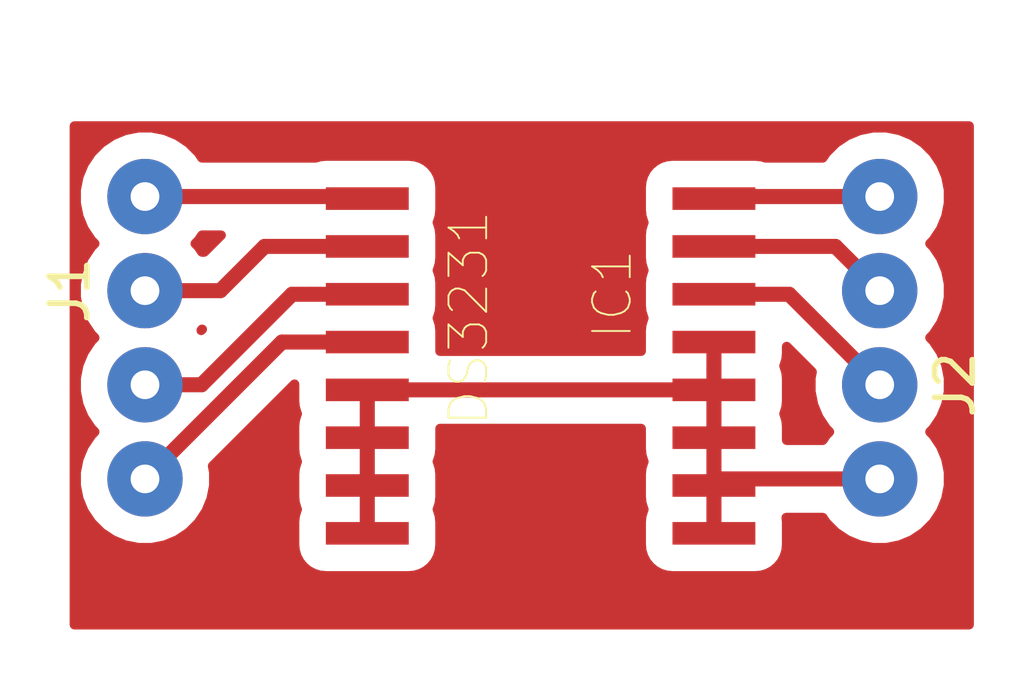
<source format=kicad_pcb>
(kicad_pcb (version 20171130) (host pcbnew 5.1.2-f72e74a~84~ubuntu18.04.1)

  (general
    (thickness 1.6)
    (drawings 0)
    (tracks 24)
    (zones 0)
    (modules 3)
    (nets 9)
  )

  (page A4)
  (layers
    (0 F.Cu signal)
    (31 B.Cu signal)
    (32 B.Adhes user)
    (33 F.Adhes user)
    (34 B.Paste user)
    (35 F.Paste user)
    (36 B.SilkS user)
    (37 F.SilkS user)
    (38 B.Mask user)
    (39 F.Mask user)
    (40 Dwgs.User user)
    (41 Cmts.User user)
    (42 Eco1.User user)
    (43 Eco2.User user)
    (44 Edge.Cuts user)
    (45 Margin user)
    (46 B.CrtYd user)
    (47 F.CrtYd user)
    (48 B.Fab user)
    (49 F.Fab user)
  )

  (setup
    (last_trace_width 0.4)
    (trace_clearance 0.3)
    (zone_clearance 0.508)
    (zone_45_only no)
    (trace_min 0.2)
    (via_size 0.8)
    (via_drill 0.4)
    (via_min_size 0.4)
    (via_min_drill 0.3)
    (uvia_size 0.3)
    (uvia_drill 0.1)
    (uvias_allowed no)
    (uvia_min_size 0.2)
    (uvia_min_drill 0.1)
    (edge_width 0.05)
    (segment_width 0.2)
    (pcb_text_width 0.3)
    (pcb_text_size 1.5 1.5)
    (mod_edge_width 0.12)
    (mod_text_size 1 1)
    (mod_text_width 0.15)
    (pad_size 1.524 1.524)
    (pad_drill 0.762)
    (pad_to_mask_clearance 0.051)
    (solder_mask_min_width 0.25)
    (aux_axis_origin 0 0)
    (visible_elements FFFFFF7F)
    (pcbplotparams
      (layerselection 0x00000_7fffffff)
      (usegerberextensions false)
      (usegerberattributes false)
      (usegerberadvancedattributes false)
      (creategerberjobfile false)
      (excludeedgelayer true)
      (linewidth 0.100000)
      (plotframeref false)
      (viasonmask false)
      (mode 1)
      (useauxorigin false)
      (hpglpennumber 1)
      (hpglpenspeed 20)
      (hpglpendiameter 15.000000)
      (psnegative false)
      (psa4output false)
      (plotreference true)
      (plotvalue true)
      (plotinvisibletext false)
      (padsonsilk false)
      (subtractmaskfromsilk false)
      (outputformat 5)
      (mirror true)
      (drillshape 0)
      (scaleselection 1)
      (outputdirectory ""))
  )

  (net 0 "")
  (net 1 "Net-(IC1-Pad2)")
  (net 2 "Net-(IC1-Pad10)")
  (net 3 "Net-(IC1-Pad1)")
  (net 4 "Net-(IC1-Pad3)")
  (net 5 "Net-(IC1-Pad4)")
  (net 6 "Net-(IC1-Pad14)")
  (net 7 "Net-(IC1-Pad15)")
  (net 8 "Net-(IC1-Pad16)")

  (net_class Default "This is the default net class."
    (clearance 0.3)
    (trace_width 0.4)
    (via_dia 0.8)
    (via_drill 0.4)
    (uvia_dia 0.3)
    (uvia_drill 0.1)
    (add_net "Net-(IC1-Pad1)")
    (add_net "Net-(IC1-Pad10)")
    (add_net "Net-(IC1-Pad14)")
    (add_net "Net-(IC1-Pad15)")
    (add_net "Net-(IC1-Pad16)")
    (add_net "Net-(IC1-Pad2)")
    (add_net "Net-(IC1-Pad3)")
    (add_net "Net-(IC1-Pad4)")
  )

  (module DS3231:SO16W (layer F.Cu) (tedit 0) (tstamp 5CE53F27)
    (at 90.5 55 270)
    (descr "<b>SMALL OUTLINE INTEGRATED CIRCUIT</b><p>wide body 7.5 mm/JEDEC MS-013AA")
    (path /5CEBA646)
    (attr smd)
    (fp_text reference IC1 (at -1.90554 -1.90554 90) (layer F.SilkS)
      (effects (font (size 1.00028 1.00028) (thickness 0.05)))
    )
    (fp_text value DS3231 (at -1.2704 1.90562 90) (layer F.SilkS)
      (effects (font (size 1.00033 1.00033) (thickness 0.05)))
    )
    (fp_line (start -5.395 -5.9) (end 5.395 -5.9) (layer Eco1.User) (width 0.1998))
    (fp_line (start 5.395 5.9) (end -5.395 5.9) (layer Eco1.User) (width 0.1998))
    (fp_line (start -5.395 5.9) (end -5.395 -5.9) (layer Eco1.User) (width 0.1998))
    (fp_line (start 5.19 3.7) (end -5.19 3.7) (layer Eco2.User) (width 0.2032))
    (fp_line (start -5.19 3.7) (end -5.19 3.2) (layer Eco2.User) (width 0.2032))
    (fp_line (start -5.19 3.2) (end -5.19 -3.7) (layer Eco2.User) (width 0.2032))
    (fp_line (start -5.19 -3.7) (end 5.19 -3.7) (layer Eco2.User) (width 0.2032))
    (fp_line (start 5.19 3.2) (end -5.19 3.2) (layer Eco2.User) (width 0.2032))
    (fp_line (start 5.19 -3.7) (end 5.19 3.2) (layer Eco2.User) (width 0.2032))
    (fp_line (start 5.19 3.2) (end 5.19 3.7) (layer Eco2.User) (width 0.2032))
    (fp_line (start 5.395 -5.9) (end 5.395 5.9) (layer Eco1.User) (width 0.1998))
    (fp_poly (pts (xy -4.69792 3.8001) (xy -4.1999 3.8001) (xy -4.1999 5.32887) (xy -4.69792 5.32887)) (layer Eco2.User) (width 0))
    (fp_poly (pts (xy -3.4211 3.8001) (xy -2.9299 3.8001) (xy -2.9299 5.32155) (xy -3.4211 5.32155)) (layer Eco2.User) (width 0))
    (fp_poly (pts (xy -2.15252 3.8001) (xy -1.6599 3.8001) (xy -1.6599 5.32599) (xy -2.15252 5.32599)) (layer Eco2.User) (width 0))
    (fp_poly (pts (xy -0.881631 3.8001) (xy -0.3899 3.8001) (xy -0.3899 5.32926) (xy -0.881631 5.32926)) (layer Eco2.User) (width 0))
    (fp_poly (pts (xy 0.389942 3.8001) (xy 0.8801 3.8001) (xy 0.8801 5.32057) (xy 0.389942 5.32057)) (layer Eco2.User) (width 0))
    (fp_poly (pts (xy 1.66201 3.8001) (xy 2.1501 3.8001) (xy 2.1501 5.32675) (xy 1.66201 5.32675)) (layer Eco2.User) (width 0))
    (fp_poly (pts (xy 2.93164 3.8001) (xy 3.4201 3.8001) (xy 3.4201 5.32316) (xy 2.93164 5.32316)) (layer Eco2.User) (width 0))
    (fp_poly (pts (xy 4.20405 3.8001) (xy 4.6901 3.8001) (xy 4.6901 5.32525) (xy 4.20405 5.32525)) (layer Eco2.User) (width 0))
    (fp_poly (pts (xy 4.20377 -5.32) (xy 4.6901 -5.32) (xy 4.6901 -3.8036) (xy 4.20377 -3.8036)) (layer Eco2.User) (width 0))
    (fp_poly (pts (xy 2.93419 -5.32) (xy 3.4201 -5.32) (xy 3.4201 -3.80566) (xy 2.93419 -3.80566)) (layer Eco2.User) (width 0))
    (fp_poly (pts (xy 1.66018 -5.32) (xy 2.1501 -5.32) (xy 2.1501 -3.80074) (xy 1.66018 -3.80074)) (layer Eco2.User) (width 0))
    (fp_poly (pts (xy 0.39062 -5.32) (xy 0.8801 -5.32) (xy 0.8801 -3.80712) (xy 0.39062 -3.80712)) (layer Eco2.User) (width 0))
    (fp_poly (pts (xy -0.881736 -5.32) (xy -0.3899 -5.32) (xy -0.3899 -3.80717) (xy -0.881736 -3.80717)) (layer Eco2.User) (width 0))
    (fp_poly (pts (xy -2.15037 -5.32) (xy -1.6599 -5.32) (xy -1.6599 -3.80058) (xy -2.15037 -3.80058)) (layer Eco2.User) (width 0))
    (fp_poly (pts (xy -3.42336 -5.32) (xy -2.9299 -5.32) (xy -2.9299 -3.80372) (xy -3.42336 -3.80372)) (layer Eco2.User) (width 0))
    (fp_poly (pts (xy -4.69487 -5.32) (xy -4.1999 -5.32) (xy -4.1999 -3.80397) (xy -4.69487 -3.80397)) (layer Eco2.User) (width 0))
    (pad 2 smd rect (at -3.175 4.6 270) (size 0.6 2.2) (layers F.Cu F.Paste F.Mask)
      (net 1 "Net-(IC1-Pad2)"))
    (pad 13 smd rect (at -0.635 -4.6 270) (size 0.6 2.2) (layers F.Cu F.Paste F.Mask)
      (net 2 "Net-(IC1-Pad10)"))
    (pad 1 smd rect (at -4.445 4.6 270) (size 0.6 2.2) (layers F.Cu F.Paste F.Mask)
      (net 3 "Net-(IC1-Pad1)"))
    (pad 3 smd rect (at -1.905 4.6 270) (size 0.6 2.2) (layers F.Cu F.Paste F.Mask)
      (net 4 "Net-(IC1-Pad3)"))
    (pad 4 smd rect (at -0.635 4.6 270) (size 0.6 2.2) (layers F.Cu F.Paste F.Mask)
      (net 5 "Net-(IC1-Pad4)"))
    (pad 14 smd rect (at -1.905 -4.6 270) (size 0.6 2.2) (layers F.Cu F.Paste F.Mask)
      (net 6 "Net-(IC1-Pad14)"))
    (pad 12 smd rect (at 0.635 -4.6 270) (size 0.6 2.2) (layers F.Cu F.Paste F.Mask)
      (net 2 "Net-(IC1-Pad10)"))
    (pad 11 smd rect (at 1.905 -4.6 270) (size 0.6 2.2) (layers F.Cu F.Paste F.Mask)
      (net 2 "Net-(IC1-Pad10)"))
    (pad 6 smd rect (at 1.905 4.6 270) (size 0.6 2.2) (layers F.Cu F.Paste F.Mask)
      (net 2 "Net-(IC1-Pad10)"))
    (pad 9 smd rect (at 4.445 -4.6 270) (size 0.6 2.2) (layers F.Cu F.Paste F.Mask)
      (net 2 "Net-(IC1-Pad10)"))
    (pad 5 smd rect (at 0.635 4.6 270) (size 0.6 2.2) (layers F.Cu F.Paste F.Mask)
      (net 2 "Net-(IC1-Pad10)"))
    (pad 7 smd rect (at 3.175 4.6 270) (size 0.6 2.2) (layers F.Cu F.Paste F.Mask)
      (net 2 "Net-(IC1-Pad10)"))
    (pad 10 smd rect (at 3.175 -4.6 270) (size 0.6 2.2) (layers F.Cu F.Paste F.Mask)
      (net 2 "Net-(IC1-Pad10)"))
    (pad 8 smd rect (at 4.445 4.6 270) (size 0.6 2.2) (layers F.Cu F.Paste F.Mask)
      (net 2 "Net-(IC1-Pad10)"))
    (pad 15 smd rect (at -3.175 -4.6 270) (size 0.6 2.2) (layers F.Cu F.Paste F.Mask)
      (net 7 "Net-(IC1-Pad15)"))
    (pad 16 smd rect (at -4.445 -4.6 270) (size 0.6 2.2) (layers F.Cu F.Paste F.Mask)
      (net 8 "Net-(IC1-Pad16)"))
  )

  (module millk:Connector4 (layer F.Cu) (tedit 5CB1B2D6) (tstamp 5CE53F2F)
    (at 77.5 53 90)
    (path /5CEBAB3F)
    (fp_text reference J1 (at 0 0.5 90) (layer F.SilkS)
      (effects (font (size 1 1) (thickness 0.15)))
    )
    (fp_text value Conn_01x04_Female (at 0 -0.5 90) (layer F.Fab)
      (effects (font (size 1 1) (thickness 0.15)))
    )
    (pad 1 thru_hole circle (at -5 2.5 90) (size 2 2) (drill 0.762) (layers *.Cu *.Mask)
      (net 5 "Net-(IC1-Pad4)"))
    (pad 2 thru_hole circle (at -2.5 2.5 90) (size 2 2) (drill 0.762) (layers *.Cu *.Mask)
      (net 4 "Net-(IC1-Pad3)"))
    (pad 3 thru_hole circle (at 0 2.5 90) (size 2 2) (drill 0.762) (layers *.Cu *.Mask)
      (net 1 "Net-(IC1-Pad2)"))
    (pad 4 thru_hole circle (at 2.5 2.5 90) (size 2 2) (drill 0.762) (layers *.Cu *.Mask)
      (net 3 "Net-(IC1-Pad1)"))
  )

  (module millk:Connector4 (layer F.Cu) (tedit 5CB1B2D6) (tstamp 5CE53F37)
    (at 102 55.5 270)
    (path /5CEBC082)
    (fp_text reference J2 (at 0 0.5 90) (layer F.SilkS)
      (effects (font (size 1 1) (thickness 0.15)))
    )
    (fp_text value Conn_01x04_Female (at 0 -0.5 90) (layer F.Fab)
      (effects (font (size 1 1) (thickness 0.15)))
    )
    (pad 4 thru_hole circle (at 2.5 2.5 270) (size 2 2) (drill 0.762) (layers *.Cu *.Mask)
      (net 2 "Net-(IC1-Pad10)"))
    (pad 3 thru_hole circle (at 0 2.5 270) (size 2 2) (drill 0.762) (layers *.Cu *.Mask)
      (net 6 "Net-(IC1-Pad14)"))
    (pad 2 thru_hole circle (at -2.5 2.5 270) (size 2 2) (drill 0.762) (layers *.Cu *.Mask)
      (net 7 "Net-(IC1-Pad15)"))
    (pad 1 thru_hole circle (at -5 2.5 270) (size 2 2) (drill 0.762) (layers *.Cu *.Mask)
      (net 8 "Net-(IC1-Pad16)"))
  )

  (segment (start 80 53) (end 82 53) (width 0.4) (layer F.Cu) (net 1))
  (segment (start 83.175 51.825) (end 85.9 51.825) (width 0.4) (layer F.Cu) (net 1))
  (segment (start 82 53) (end 83.175 51.825) (width 0.4) (layer F.Cu) (net 1))
  (segment (start 95.275 58) (end 95.1 58.175) (width 0.4) (layer F.Cu) (net 2))
  (segment (start 99.5 58) (end 95.275 58) (width 0.4) (layer F.Cu) (net 2))
  (segment (start 95.1 55.065) (end 95.1 59.445) (width 0.4) (layer F.Cu) (net 2))
  (segment (start 95.1 54.365) (end 95.1 55.065) (width 0.4) (layer F.Cu) (net 2))
  (segment (start 85.9 59.445) (end 85.9 55.635) (width 0.4) (layer F.Cu) (net 2))
  (segment (start 85.9 55.635) (end 95.1 55.635) (width 0.4) (layer F.Cu) (net 2))
  (segment (start 85.845 50.5) (end 85.9 50.555) (width 0.4) (layer F.Cu) (net 3))
  (segment (start 80 50.5) (end 85.845 50.5) (width 0.4) (layer F.Cu) (net 3))
  (segment (start 80 55.5) (end 81.5 55.5) (width 0.4) (layer F.Cu) (net 4))
  (segment (start 84.4 53.095) (end 85.9 53.095) (width 0.4) (layer F.Cu) (net 4))
  (segment (start 83.905 53.095) (end 84.4 53.095) (width 0.4) (layer F.Cu) (net 4))
  (segment (start 81.5 55.5) (end 83.905 53.095) (width 0.4) (layer F.Cu) (net 4))
  (segment (start 83.635 54.365) (end 85.9 54.365) (width 0.4) (layer F.Cu) (net 5))
  (segment (start 80 58) (end 83.635 54.365) (width 0.4) (layer F.Cu) (net 5))
  (segment (start 98.500001 54.500001) (end 99.5 55.5) (width 0.4) (layer F.Cu) (net 6))
  (segment (start 97.095 53.095) (end 98.500001 54.500001) (width 0.4) (layer F.Cu) (net 6))
  (segment (start 95.1 53.095) (end 97.095 53.095) (width 0.4) (layer F.Cu) (net 6))
  (segment (start 98.325 51.825) (end 99.5 53) (width 0.4) (layer F.Cu) (net 7))
  (segment (start 95.1 51.825) (end 98.325 51.825) (width 0.4) (layer F.Cu) (net 7))
  (segment (start 95.155 50.5) (end 95.1 50.555) (width 0.4) (layer F.Cu) (net 8))
  (segment (start 99.5 50.5) (end 95.155 50.5) (width 0.4) (layer F.Cu) (net 8))

  (zone (net 0) (net_name "") (layer F.Cu) (tstamp 0) (hatch edge 0.508)
    (connect_pads (clearance 0.7))
    (min_thickness 0.254)
    (fill yes (arc_segments 32) (thermal_gap 0.508) (thermal_bridge_width 0.508))
    (polygon
      (pts
        (xy 78 48.5) (xy 78 61.5) (xy 78 62) (xy 102 62) (xy 102 48.5)
      )
    )
    (filled_polygon
      (pts
        (xy 101.873 61.873) (xy 78.127 61.873) (xy 78.127 50.320056) (xy 78.173 50.320056) (xy 78.173 50.679944)
        (xy 78.243211 51.032916) (xy 78.380934 51.365409) (xy 78.580876 51.664645) (xy 78.666231 51.75) (xy 78.580876 51.835355)
        (xy 78.380934 52.134591) (xy 78.243211 52.467084) (xy 78.173 52.820056) (xy 78.173 53.179944) (xy 78.243211 53.532916)
        (xy 78.380934 53.865409) (xy 78.580876 54.164645) (xy 78.666231 54.25) (xy 78.580876 54.335355) (xy 78.380934 54.634591)
        (xy 78.243211 54.967084) (xy 78.173 55.320056) (xy 78.173 55.679944) (xy 78.243211 56.032916) (xy 78.380934 56.365409)
        (xy 78.580876 56.664645) (xy 78.666231 56.75) (xy 78.580876 56.835355) (xy 78.380934 57.134591) (xy 78.243211 57.467084)
        (xy 78.173 57.820056) (xy 78.173 58.179944) (xy 78.243211 58.532916) (xy 78.380934 58.865409) (xy 78.580876 59.164645)
        (xy 78.835355 59.419124) (xy 79.134591 59.619066) (xy 79.467084 59.756789) (xy 79.820056 59.827) (xy 80.179944 59.827)
        (xy 80.532916 59.756789) (xy 80.865409 59.619066) (xy 81.164645 59.419124) (xy 81.419124 59.164645) (xy 81.619066 58.865409)
        (xy 81.756789 58.532916) (xy 81.827 58.179944) (xy 81.827 57.820056) (xy 81.794704 57.657693) (xy 83.968999 55.483398)
        (xy 83.968999 55.935) (xy 83.984966 56.09712) (xy 84.032255 56.25301) (xy 84.041336 56.27) (xy 84.032255 56.28699)
        (xy 83.984966 56.44288) (xy 83.968999 56.605) (xy 83.968999 57.205) (xy 83.984966 57.36712) (xy 84.032255 57.52301)
        (xy 84.041336 57.54) (xy 84.032255 57.55699) (xy 83.984966 57.71288) (xy 83.968999 57.875) (xy 83.968999 58.475)
        (xy 83.984966 58.63712) (xy 84.032255 58.79301) (xy 84.041336 58.81) (xy 84.032255 58.82699) (xy 83.984966 58.98288)
        (xy 83.968999 59.145) (xy 83.968999 59.745) (xy 83.984966 59.90712) (xy 84.032255 60.06301) (xy 84.109048 60.206679)
        (xy 84.212394 60.332606) (xy 84.338321 60.435952) (xy 84.48199 60.512745) (xy 84.63788 60.560034) (xy 84.8 60.576001)
        (xy 87 60.576001) (xy 87.16212 60.560034) (xy 87.31801 60.512745) (xy 87.461679 60.435952) (xy 87.587606 60.332606)
        (xy 87.690952 60.206679) (xy 87.767745 60.06301) (xy 87.815034 59.90712) (xy 87.831001 59.745) (xy 87.831001 59.145)
        (xy 87.815034 58.98288) (xy 87.767745 58.82699) (xy 87.758664 58.81) (xy 87.767745 58.79301) (xy 87.815034 58.63712)
        (xy 87.831001 58.475) (xy 87.831001 57.875) (xy 87.815034 57.71288) (xy 87.767745 57.55699) (xy 87.758664 57.54)
        (xy 87.767745 57.52301) (xy 87.815034 57.36712) (xy 87.831001 57.205) (xy 87.831001 56.662) (xy 93.168999 56.662)
        (xy 93.168999 57.205) (xy 93.184966 57.36712) (xy 93.232255 57.52301) (xy 93.241336 57.54) (xy 93.232255 57.55699)
        (xy 93.184966 57.71288) (xy 93.168999 57.875) (xy 93.168999 58.475) (xy 93.184966 58.63712) (xy 93.232255 58.79301)
        (xy 93.241336 58.81) (xy 93.232255 58.82699) (xy 93.184966 58.98288) (xy 93.168999 59.145) (xy 93.168999 59.745)
        (xy 93.184966 59.90712) (xy 93.232255 60.06301) (xy 93.309048 60.206679) (xy 93.412394 60.332606) (xy 93.538321 60.435952)
        (xy 93.68199 60.512745) (xy 93.83788 60.560034) (xy 94 60.576001) (xy 96.2 60.576001) (xy 96.36212 60.560034)
        (xy 96.51801 60.512745) (xy 96.661679 60.435952) (xy 96.787606 60.332606) (xy 96.890952 60.206679) (xy 96.967745 60.06301)
        (xy 97.015034 59.90712) (xy 97.031001 59.745) (xy 97.031001 59.145) (xy 97.019379 59.027) (xy 97.988905 59.027)
        (xy 98.080876 59.164645) (xy 98.335355 59.419124) (xy 98.634591 59.619066) (xy 98.967084 59.756789) (xy 99.320056 59.827)
        (xy 99.679944 59.827) (xy 100.032916 59.756789) (xy 100.365409 59.619066) (xy 100.664645 59.419124) (xy 100.919124 59.164645)
        (xy 101.119066 58.865409) (xy 101.256789 58.532916) (xy 101.327 58.179944) (xy 101.327 57.820056) (xy 101.256789 57.467084)
        (xy 101.119066 57.134591) (xy 100.919124 56.835355) (xy 100.833769 56.75) (xy 100.919124 56.664645) (xy 101.119066 56.365409)
        (xy 101.256789 56.032916) (xy 101.327 55.679944) (xy 101.327 55.320056) (xy 101.256789 54.967084) (xy 101.119066 54.634591)
        (xy 100.919124 54.335355) (xy 100.833769 54.25) (xy 100.919124 54.164645) (xy 101.119066 53.865409) (xy 101.256789 53.532916)
        (xy 101.327 53.179944) (xy 101.327 52.820056) (xy 101.256789 52.467084) (xy 101.119066 52.134591) (xy 100.919124 51.835355)
        (xy 100.833769 51.75) (xy 100.919124 51.664645) (xy 101.119066 51.365409) (xy 101.256789 51.032916) (xy 101.327 50.679944)
        (xy 101.327 50.320056) (xy 101.256789 49.967084) (xy 101.119066 49.634591) (xy 100.919124 49.335355) (xy 100.664645 49.080876)
        (xy 100.365409 48.880934) (xy 100.032916 48.743211) (xy 99.679944 48.673) (xy 99.320056 48.673) (xy 98.967084 48.743211)
        (xy 98.634591 48.880934) (xy 98.335355 49.080876) (xy 98.080876 49.335355) (xy 97.988905 49.473) (xy 96.471018 49.473)
        (xy 96.36212 49.439966) (xy 96.2 49.423999) (xy 94 49.423999) (xy 93.83788 49.439966) (xy 93.68199 49.487255)
        (xy 93.538321 49.564048) (xy 93.412394 49.667394) (xy 93.309048 49.793321) (xy 93.232255 49.93699) (xy 93.184966 50.09288)
        (xy 93.168999 50.255) (xy 93.168999 50.855) (xy 93.184966 51.01712) (xy 93.232255 51.17301) (xy 93.241336 51.19)
        (xy 93.232255 51.20699) (xy 93.184966 51.36288) (xy 93.168999 51.525) (xy 93.168999 52.125) (xy 93.184966 52.28712)
        (xy 93.232255 52.44301) (xy 93.241336 52.46) (xy 93.232255 52.47699) (xy 93.184966 52.63288) (xy 93.168999 52.795)
        (xy 93.168999 53.395) (xy 93.184966 53.55712) (xy 93.232255 53.71301) (xy 93.241336 53.73) (xy 93.232255 53.74699)
        (xy 93.184966 53.90288) (xy 93.168999 54.065) (xy 93.168999 54.608) (xy 87.831001 54.608) (xy 87.831001 54.065)
        (xy 87.815034 53.90288) (xy 87.767745 53.74699) (xy 87.758664 53.73) (xy 87.767745 53.71301) (xy 87.815034 53.55712)
        (xy 87.831001 53.395) (xy 87.831001 52.795) (xy 87.815034 52.63288) (xy 87.767745 52.47699) (xy 87.758664 52.46)
        (xy 87.767745 52.44301) (xy 87.815034 52.28712) (xy 87.831001 52.125) (xy 87.831001 51.525) (xy 87.815034 51.36288)
        (xy 87.767745 51.20699) (xy 87.758664 51.19) (xy 87.767745 51.17301) (xy 87.815034 51.01712) (xy 87.831001 50.855)
        (xy 87.831001 50.255) (xy 87.815034 50.09288) (xy 87.767745 49.93699) (xy 87.690952 49.793321) (xy 87.587606 49.667394)
        (xy 87.461679 49.564048) (xy 87.31801 49.487255) (xy 87.16212 49.439966) (xy 87 49.423999) (xy 84.8 49.423999)
        (xy 84.63788 49.439966) (xy 84.528982 49.473) (xy 81.511095 49.473) (xy 81.419124 49.335355) (xy 81.164645 49.080876)
        (xy 80.865409 48.880934) (xy 80.532916 48.743211) (xy 80.179944 48.673) (xy 79.820056 48.673) (xy 79.467084 48.743211)
        (xy 79.134591 48.880934) (xy 78.835355 49.080876) (xy 78.580876 49.335355) (xy 78.380934 49.634591) (xy 78.243211 49.967084)
        (xy 78.173 50.320056) (xy 78.127 50.320056) (xy 78.127 48.627) (xy 101.873 48.627)
      )
    )
    (filled_polygon
      (pts
        (xy 97.705296 55.157693) (xy 97.673 55.320056) (xy 97.673 55.679944) (xy 97.743211 56.032916) (xy 97.880934 56.365409)
        (xy 98.080876 56.664645) (xy 98.166231 56.75) (xy 98.080876 56.835355) (xy 97.988905 56.973) (xy 97.031001 56.973)
        (xy 97.031001 56.605) (xy 97.015034 56.44288) (xy 96.967745 56.28699) (xy 96.958664 56.27) (xy 96.967745 56.25301)
        (xy 97.015034 56.09712) (xy 97.031001 55.935) (xy 97.031001 55.335) (xy 97.015034 55.17288) (xy 96.967745 55.01699)
        (xy 96.958664 55) (xy 96.967745 54.98301) (xy 97.015034 54.82712) (xy 97.031001 54.665) (xy 97.031001 54.483397)
      )
    )
    (filled_polygon
      (pts
        (xy 81.491948 54.055655) (xy 81.511095 54.027) (xy 81.520603 54.027)
      )
    )
    (filled_polygon
      (pts
        (xy 81.574604 51.973) (xy 81.511095 51.973) (xy 81.419124 51.835355) (xy 81.333769 51.75) (xy 81.419124 51.664645)
        (xy 81.511095 51.527) (xy 82.020603 51.527)
      )
    )
  )
)

</source>
